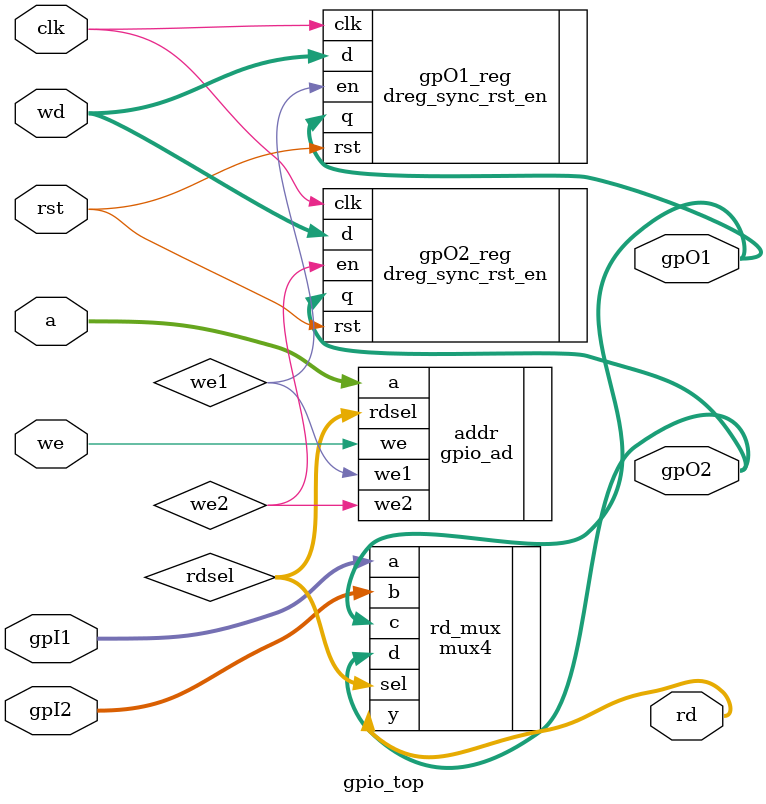
<source format=v>
`timescale 1ns / 1ps

module gpio_top # (parameter WIDTH = 32)(    
    input wire we,
    input wire rst,
    input wire clk,
    
    input wire [1:0] a,
    
    input wire [WIDTH-1:0] gpI1,
    input wire [WIDTH-1:0] gpI2,
    
    input wire [WIDTH-1:0] wd,
    
    output wire [WIDTH-1:0] rd,
    output wire [WIDTH-1:0] gpO1,
    output wire [WIDTH-1:0] gpO2
    );
    
    wire we2;
    wire we1;
    wire [1:0] rdsel;
    
    dreg_sync_rst_en #(WIDTH) gpO1_reg(
        .clk(clk),
        .rst(rst),
        .en(we1),
        .d(wd),
        .q(gpO1)
    );
    
    dreg_sync_rst_en #(WIDTH) gpO2_reg(
        .clk(clk),
        .rst(rst),
        .en(we2),
        .d(wd),
        .q(gpO2)
    );
    
    mux4 #(WIDTH) rd_mux(
        .sel(rdsel),
        .a(gpI1),
        .b(gpI2),
        .c(gpO1),
        .d(gpO2),
        .y(rd)
    );
    
    gpio_ad addr (
        .a(a),
        .we(we),
        .we2(we2),
        .we1(we1),
        .rdsel(rdsel)
    );
    
endmodule

</source>
